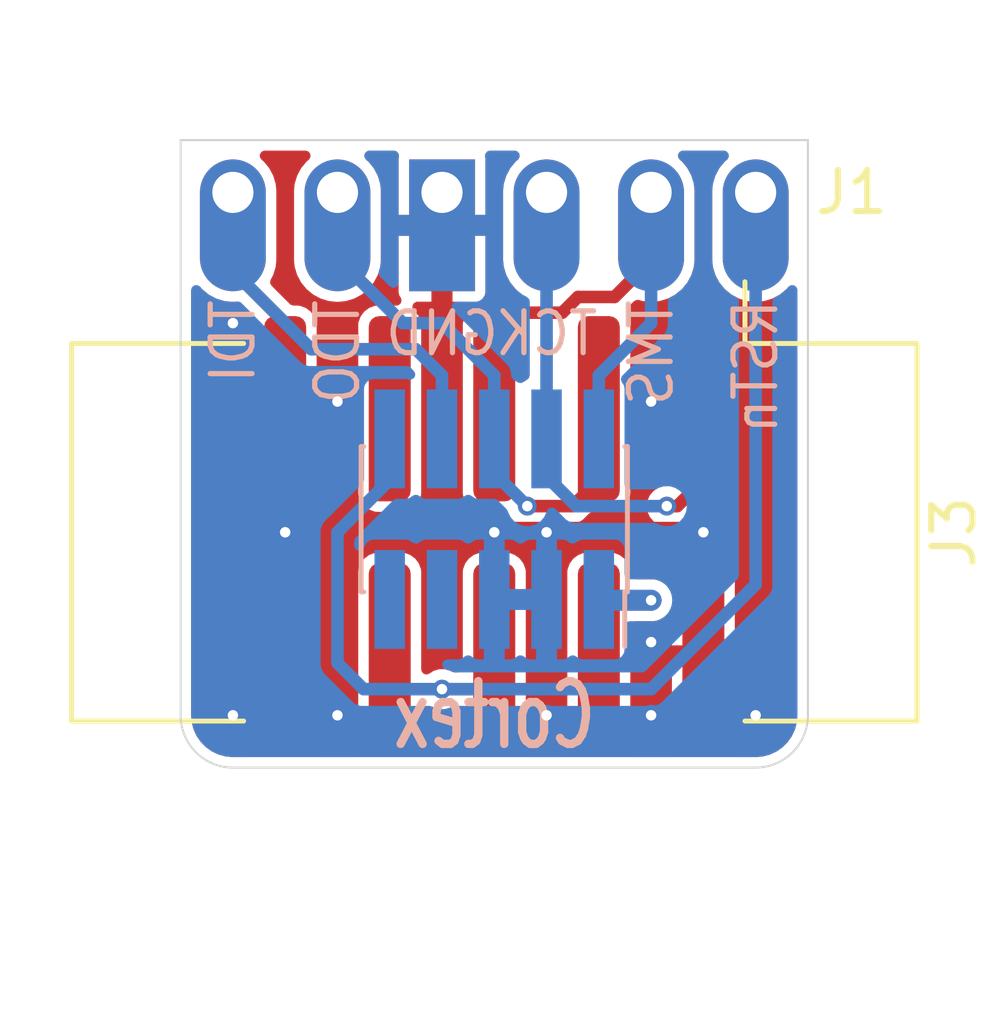
<source format=kicad_pcb>
(kicad_pcb (version 20221018) (generator pcbnew)
  (layers (0 "F.Cu" signal) (31 "B.Cu" signal) (34 "B.Paste" user) (35 "F.Paste" user) (36 "B.SilkS" user "B.Silkscreen") (37 "F.SilkS" user "F.Silkscreen") (38 "B.Mask" user) (39 "F.Mask" user) (44 "Edge.Cuts" user))
  (net 0 "")
  (net 1 "/J_RST")
  (net 2 "/J_TMS")
  (net 3 "/J_TCK")
  (net 4 "/J_GND")
  (net 5 "/J_TDO")
  (net 6 "/J_TDI")
  (net 7 "/J_VCC")
  (footprint "custom:BHR-10-VSG-SMT_2x05_P2.54mm_Vertical_SMD" (layer "F.Cu") (at 152.4 101.6 -90)
    (fp_text reference "J3" (at 0 -11.16 -90) (layer "F.SilkS"))
    (fp_text value "Conn_02x05_Counter_Clockwise")
    (fp_line (start -4.585 -10.27) (end 4.585 -10.27) (stroke (width 0.12)) (layer "F.SilkS"))
    (fp_line (start -4.585 -6.09) (end -6.085 -6.09) (stroke (width 0.12)) (layer "F.SilkS"))
    (fp_line (start -4.585 -6.09) (end -4.585 -10.27) (stroke (width 0.12)) (layer "F.SilkS"))
    (fp_line (start -4.585 6.09) (end -4.585 10.27) (stroke (width 0.12)) (layer "F.SilkS"))
    (fp_line (start -4.585 10.27) (end 4.585 10.27) (stroke (width 0.12)) (layer "F.SilkS"))
    (fp_line (start 4.585 -10.27) (end 4.585 -6.09) (stroke (width 0.12)) (layer "F.SilkS"))
    (fp_line (start 4.585 10.27) (end 4.585 6.09) (stroke (width 0.12)) (layer "F.SilkS"))
    (pad "1" smd roundrect (at -3 -5.08 270) (size 4.5 1.02) (layers "F.Cu" "F.Paste" "F.Mask") (net 3 "/J_TCK"))
    (pad "2" smd roundrect (at 3 -5.08 270) (size 4.5 1.02) (layers "F.Cu" "F.Paste" "F.Mask") (net 4 "/J_GND"))
    (pad "3" smd roundrect (at -3 -2.54 270) (size 4.5 1.02) (layers "F.Cu" "F.Paste" "F.Mask") (net 5 "/J_TDO"))
    (pad "4" smd roundrect (at 3 -2.54 270) (size 4.5 1.02) (layers "F.Cu" "F.Paste" "F.Mask") (net 7 "/J_VCC"))
    (pad "5" smd roundrect (at -3 0 270) (size 4.5 1.02) (layers "F.Cu" "F.Paste" "F.Mask") (net 2 "/J_TMS"))
    (pad "6" smd roundrect (at 3 0 270) (size 4.5 1.02) (layers "F.Cu" "F.Paste" "F.Mask") (net 1 "/J_RST"))
    (pad "7" smd roundrect (at -3 2.54 270) (size 4.5 1.02) (layers "F.Cu" "F.Paste" "F.Mask"))
    (pad "8" smd roundrect (at 3 2.54 270) (size 4.5 1.02) (layers "F.Cu" "F.Paste" "F.Mask"))
    (pad "9" smd roundrect (at -3 5.08 270) (size 4.5 1.02) (layers "F.Cu" "F.Paste" "F.Mask") (net 6 "/J_TDI"))
    (pad "10" smd roundrect (at 3 5.08 270) (size 4.5 1.02) (layers "F.Cu" "F.Paste" "F.Mask") (net 4 "/J_GND"))
  )
  (footprint "custom:Sidecar-6" (layer "F.Cu") (at 158.75 93.345 -90)
    (fp_text reference "J1" (at 0 -2.33) (layer "F.SilkS"))
    (fp_text value "Conn_01x06")
    (pad "1" thru_hole oval (at 0 0 270) (size 3.2 1.6) (drill 1 (offset 0.8 0)) (layers "*.Cu" "*.Mask") (net 1 "/J_RST"))
    (pad "2" thru_hole oval (at 0 2.54 270) (size 3.2 1.6) (drill 1 (offset 0.8 0)) (layers "*.Cu" "*.Mask") (net 2 "/J_TMS"))
    (pad "3" thru_hole oval (at 0 5.08 270) (size 3.2 1.6) (drill 1 (offset 0.8 0)) (layers "*.Cu" "*.Mask") (net 3 "/J_TCK"))
    (pad "4" thru_hole rect (at 0 7.62 270) (size 3.2 1.6) (drill 1 (offset 0.8 0)) (layers "*.Cu" "*.Mask") (net 4 "/J_GND"))
    (pad "5" thru_hole oval (at 0 10.16 270) (size 3.2 1.6) (drill 1 (offset 0.8 0)) (layers "*.Cu" "*.Mask") (net 5 "/J_TDO"))
    (pad "6" thru_hole oval (at 0 12.7 270) (size 3.2 1.6) (drill 1 (offset 0.8 0)) (layers "*.Cu" "*.Mask") (net 6 "/J_TDI"))
  )
  (footprint "Connector_PinHeader_1.27mm:PinHeader_2x05_P1.27mm_Vertical_SMD" (layer "B.Cu") (at 152.4 101.2825 90)
    (fp_text reference "J2" hide)
    (fp_text value "Conn_02x05_Counter_Clockwise")
    (fp_line (start -3.09 3.17) (end -1.765 3.17) (stroke (width 0.12)) (layer "B.SilkS"))
    (fp_line (start -1.765 -3.235) (end 1.765 -3.235) (stroke (width 0.12)) (layer "B.SilkS"))
    (fp_line (start -1.765 -3.17) (end -1.765 -3.235) (stroke (width 0.12)) (layer "B.SilkS"))
    (fp_line (start -1.765 3.235) (end -1.765 3.17) (stroke (width 0.12)) (layer "B.SilkS"))
    (fp_line (start -1.765 3.235) (end 1.765 3.235) (stroke (width 0.12)) (layer "B.SilkS"))
    (fp_line (start 1.765 -3.17) (end 1.765 -3.235) (stroke (width 0.12)) (layer "B.SilkS"))
    (fp_line (start 1.765 3.235) (end 1.765 3.17) (stroke (width 0.12)) (layer "B.SilkS"))
    (pad "1" smd rect (at -1.95 2.54 90) (size 2.4 0.74) (layers "B.Cu" "B.Paste" "B.Mask") (net 7 "/J_VCC"))
    (pad "2" smd rect (at 1.95 2.54 90) (size 2.4 0.74) (layers "B.Cu" "B.Paste" "B.Mask") (net 2 "/J_TMS"))
    (pad "3" smd rect (at -1.95 1.27 90) (size 2.4 0.74) (layers "B.Cu" "B.Paste" "B.Mask") (net 4 "/J_GND"))
    (pad "4" smd rect (at 1.95 1.27 90) (size 2.4 0.74) (layers "B.Cu" "B.Paste" "B.Mask") (net 3 "/J_TCK"))
    (pad "5" smd rect (at -1.95 0 90) (size 2.4 0.74) (layers "B.Cu" "B.Paste" "B.Mask") (net 4 "/J_GND"))
    (pad "6" smd rect (at 1.95 0 90) (size 2.4 0.74) (layers "B.Cu" "B.Paste" "B.Mask") (net 5 "/J_TDO"))
    (pad "7" smd rect (at -1.95 -1.27 90) (size 2.4 0.74) (layers "B.Cu" "B.Paste" "B.Mask"))
    (pad "8" smd rect (at 1.95 -1.27 90) (size 2.4 0.74) (layers "B.Cu" "B.Paste" "B.Mask") (net 6 "/J_TDI"))
    (pad "9" smd rect (at -1.95 -2.54 90) (size 2.4 0.74) (layers "B.Cu" "B.Paste" "B.Mask"))
    (pad "10" smd rect (at 1.95 -2.54 90) (size 2.4 0.74) (layers "B.Cu" "B.Paste" "B.Mask") (net 1 "/J_RST"))
  )
  (gr_line (start 144.78 92.075) (end 144.78 106.045) (stroke (width 0.05)) (layer "Edge.Cuts"))
  (gr_line (start 160.02 92.075) (end 160.02 106.045) (stroke (width 0.05)) (layer "Edge.Cuts"))
  (gr_line (start 144.78 92.075) (end 160.02 92.075) (stroke (width 0.05)) (layer "Edge.Cuts"))
  (gr_arc (start 146.05 107.315) (mid 145.151974 106.943026) (end 144.78 106.045) (stroke (width 0.05)) (layer "Edge.Cuts"))
  (gr_line (start 146.05 107.315) (end 158.75 107.315) (stroke (width 0.05)) (layer "Edge.Cuts"))
  (gr_arc (start 160.02 106.045) (mid 159.648026 106.943026) (end 158.75 107.315) (stroke (width 0.05)) (layer "Edge.Cuts"))
  (gr_text "TCK\n" (at 153.67 96.774) (layer "B.SilkS") (effects (font (size 1.016 0.889) (thickness 0.127)) (justify mirror)))
  (gr_text "TDO\n" (at 148.59 95.885 90) (layer "B.SilkS") (effects (font (size 1.016 0.889) (thickness 0.127)) (justify left mirror)))
  (gr_text "RSTn" (at 158.75 95.885 90) (layer "B.SilkS") (effects (font (size 1.016 0.889) (thickness 0.127)) (justify left mirror)))
  (gr_text "GND" (at 151.13 96.774) (layer "B.SilkS") (effects (font (size 1.016 0.889) (thickness 0.127)) (justify mirror)))
  (gr_text "Cortex" (at 152.4 106.045) (layer "B.SilkS") (effects (font (size 1.524 1.016) (thickness 0.2032) bold) (justify mirror)))
  (gr_text "TMS" (at 156.21 95.885 90) (layer "B.SilkS") (effects (font (size 1.016 0.889) (thickness 0.127)) (justify left mirror)))
  (gr_text "TDI\n" (at 146.05 95.885 90) (layer "B.SilkS") (effects (font (size 1.016 0.889) (thickness 0.127)) (justify left mirror)))
  (segment (start 152.4 104.6) (end 152.4 105.41) (width 0.3048) (layer "F.Cu") (net 1))
  (segment (start 152.4 105.41) (end 151.13 105.41) (width 0.3048) (layer "F.Cu") (net 1))
  (via (at 151.13 105.41) (size 0.457) (drill 0.254) (layers "F.Cu" "B.Cu") (net 1))
  (segment (start 149.86 99.3325) (end 149.86 100.33) (width 0.3048) (layer "B.Cu") (net 1))
  (segment (start 148.59 101.6) (end 148.59 104.775) (width 0.3048) (layer "B.Cu") (net 1))
  (segment (start 148.59 104.775) (end 149.225 105.41) (width 0.3048) (layer "B.Cu") (net 1))
  (segment (start 158.75 102.87) (end 156.21 105.41) (width 0.3048) (layer "B.Cu") (net 1))
  (segment (start 149.86 100.33) (end 148.59 101.6) (width 0.3048) (layer "B.Cu") (net 1))
  (segment (start 158.75 93.345) (end 158.75 102.87) (width 0.3048) (layer "B.Cu") (net 1))
  (segment (start 156.21 105.41) (end 151.13 105.41) (width 0.3048) (layer "B.Cu") (net 1))
  (segment (start 149.225 105.41) (end 151.13 105.41) (width 0.3048) (layer "B.Cu") (net 1))
  (segment (start 153.035 96.266) (end 154.051 96.266) (width 0.3048) (layer "F.Cu") (net 2))
  (segment (start 156.21 94.996) (end 156.21 93.345) (width 0.3048) (layer "F.Cu") (net 2))
  (segment (start 152.4 98.6) (end 152.4 96.901) (width 0.3048) (layer "F.Cu") (net 2))
  (segment (start 152.4 96.901) (end 153.035 96.266) (width 0.3048) (layer "F.Cu") (net 2))
  (segment (start 155.321 95.885) (end 156.21 94.996) (width 0.3048) (layer "F.Cu") (net 2))
  (segment (start 154.432 95.885) (end 155.321 95.885) (width 0.3048) (layer "F.Cu") (net 2))
  (segment (start 154.051 96.266) (end 154.432 95.885) (width 0.3048) (layer "F.Cu") (net 2))
  (segment (start 154.94 97.79) (end 156.21 96.52) (width 0.3048) (layer "B.Cu") (net 2))
  (segment (start 156.21 96.52) (end 156.21 93.345) (width 0.3048) (layer "B.Cu") (net 2))
  (segment (start 154.94 99.3325) (end 154.94 97.79) (width 0.3048) (layer "B.Cu") (net 2))
  (segment (start 156.845 100.965) (end 157.48 100.33) (width 0.3048) (layer "F.Cu") (net 3))
  (segment (start 157.48 100.33) (end 157.48 98.6) (width 0.3048) (layer "F.Cu") (net 3))
  (segment (start 156.591 100.965) (end 156.845 100.965) (width 0.3048) (layer "F.Cu") (net 3))
  (via (at 156.591 100.965) (size 0.457) (drill 0.254) (layers "F.Cu" "B.Cu") (net 3))
  (segment (start 156.591 100.965) (end 154.3929 100.965) (width 0.3048) (layer "B.Cu") (net 3))
  (segment (start 154.3929 100.965) (end 153.67 100.2421) (width 0.3048) (layer "B.Cu") (net 3))
  (segment (start 153.67 99.3325) (end 153.67 93.345) (width 0.3048) (layer "B.Cu") (net 3))
  (segment (start 153.67 100.2421) (end 153.67 99.3325) (width 0.3048) (layer "B.Cu") (net 3))
  (segment (start 151.13 101.6) (end 152.4 101.6) (width 0.508) (layer "F.Cu") (net 4))
  (segment (start 151.13 101.6) (end 147.32 101.6) (width 0.508) (layer "F.Cu") (net 4))
  (segment (start 153.67 101.6) (end 157.48 101.6) (width 0.508) (layer "F.Cu") (net 4))
  (segment (start 151.13 93.345) (end 151.13 101.6) (width 0.508) (layer "F.Cu") (net 4))
  (segment (start 152.4 101.6) (end 153.67 101.6) (width 0.508) (layer "F.Cu") (net 4))
  (via (at 148.59 98.425) (size 0.508) (drill 0.254) (layers "F.Cu" "B.Cu") (net 4))
  (via (at 158.75 106.045) (size 0.508) (drill 0.254) (layers "F.Cu" "B.Cu") (net 4))
  (via (at 157.48 101.6) (size 0.508) (drill 0.254) (layers "F.Cu" "B.Cu") (net 4))
  (via (at 156.21 106.045) (size 0.508) (drill 0.254) (layers "F.Cu" "B.Cu") (net 4))
  (via (at 156.21 104.267) (size 0.508) (drill 0.254) (layers "F.Cu" "B.Cu") (net 4))
  (via (at 148.59 106.045) (size 0.508) (drill 0.254) (layers "F.Cu" "B.Cu") (net 4))
  (via (at 153.67 101.6) (size 0.457) (drill 0.254) (layers "F.Cu" "B.Cu") (net 4))
  (via (at 146.05 106.045) (size 0.508) (drill 0.254) (layers "F.Cu" "B.Cu") (net 4))
  (via (at 153.67 106.045) (size 0.508) (drill 0.254) (layers "F.Cu" "B.Cu") (net 4))
  (via (at 147.32 101.6) (size 0.508) (drill 0.254) (layers "F.Cu" "B.Cu") (net 4))
  (via (at 152.4 101.6) (size 0.457) (drill 0.254) (layers "F.Cu" "B.Cu") (net 4))
  (via (at 146.05 96.52) (size 0.508) (drill 0.254) (layers "F.Cu" "B.Cu") (net 4))
  (via (at 156.21 98.425) (size 0.508) (drill 0.254) (layers "F.Cu" "B.Cu") (net 4))
  (segment (start 153.2025 100.965) (end 154.305 100.965) (width 0.3048) (layer "F.Cu") (net 5))
  (segment (start 154.94 98.6) (end 154.94 100.33) (width 0.3048) (layer "F.Cu") (net 5))
  (segment (start 154.94 100.33) (end 154.305 100.965) (width 0.3048) (layer "F.Cu") (net 5))
  (via (at 153.2025 100.965) (size 0.457) (drill 0.254) (layers "F.Cu" "B.Cu") (net 5))
  (segment (start 150.1777 96.52) (end 148.59 94.9323) (width 0.3048) (layer "B.Cu") (net 5))
  (segment (start 152.4 99.3325) (end 152.4 97.79) (width 0.3048) (layer "B.Cu") (net 5))
  (segment (start 152.4 97.79) (end 151.13 96.52) (width 0.3048) (layer "B.Cu") (net 5))
  (segment (start 152.4 100.1625) (end 152.4 99.3325) (width 0.3048) (layer "B.Cu") (net 5))
  (segment (start 148.59 94.9323) (end 148.59 93.345) (width 0.3048) (layer "B.Cu") (net 5))
  (segment (start 153.2025 100.965) (end 152.4 100.1625) (width 0.3048) (layer "B.Cu") (net 5))
  (segment (start 151.13 96.52) (end 150.1777 96.52) (width 0.3048) (layer "B.Cu") (net 5))
  (segment (start 146.05 95.25) (end 146.05 93.345) (width 0.3048) (layer "F.Cu") (net 6))
  (segment (start 147.32 96.52) (end 146.05 95.25) (width 0.3048) (layer "F.Cu") (net 6))
  (segment (start 147.32 98.6) (end 147.32 96.52) (width 0.3048) (layer "F.Cu") (net 6))
  (segment (start 151.13 97.79) (end 150.495 97.155) (width 0.3048) (layer "B.Cu") (net 6))
  (segment (start 147.955 97.155) (end 146.05 95.25) (width 0.3048) (layer "B.Cu") (net 6))
  (segment (start 151.13 99.3325) (end 151.13 97.79) (width 0.3048) (layer "B.Cu") (net 6))
  (segment (start 146.05 95.25) (end 146.05 93.345) (width 0.3048) (layer "B.Cu") (net 6))
  (segment (start 150.495 97.155) (end 147.955 97.155) (width 0.3048) (layer "B.Cu") (net 6))
  (segment (start 155.067 103.251) (end 154.94 103.378) (width 0.3048) (layer "F.Cu") (net 7))
  (segment (start 154.94 103.378) (end 154.94 104.6) (width 0.3048) (layer "F.Cu") (net 7))
  (segment (start 156.21 103.251) (end 155.067 103.251) (width 0.508) (layer "F.Cu") (net 7))
  (via (at 156.21 103.251) (size 0.508) (drill 0.254) (layers "F.Cu" "B.Cu") (net 7))
  (segment (start 154.9585 103.251) (end 154.94 103.2325) (width 0.3048) (layer "B.Cu") (net 7))
  (segment (start 156.21 103.251) (end 154.9585 103.251) (width 0.508) (layer "B.Cu") (net 7))
  (zone (net 4) (net_name "/J_GND") (layers "F&B.Cu") (connect_pads (clearance 0.254)) (min_thickness 0.254) (fill yes (thermal_gap 0.254) (thermal_bridge_width 0.508))
    (polygon (pts (xy 144.78 92.075) (xy 144.78 107.315) (xy 160.02 107.315) (xy 160.02 92.075)))
  )
)
</source>
